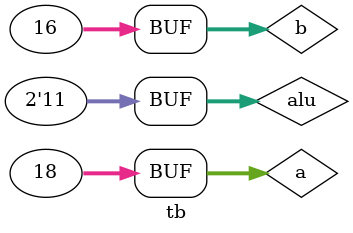
<source format=v>
module tb();
reg [31:0]a,b;
reg [1:0]alu;

wire [31:0] x;
Arithmetic dut(
    .a(a),
    .b(b),
    .alu(alu),
    .x(x)
);

initial begin 
    a = 32'h00000000;
    b = 32'h00000000;
    alu = 2'b10; //add
    #10;

    a = 32'h00000012;
    b = 32'h00000010;
     alu = 2'b11;
    #10;
end

initial begin
  $dumpfile("dump.vcd");
  $dumpvars(0);
end



endmodule
</source>
